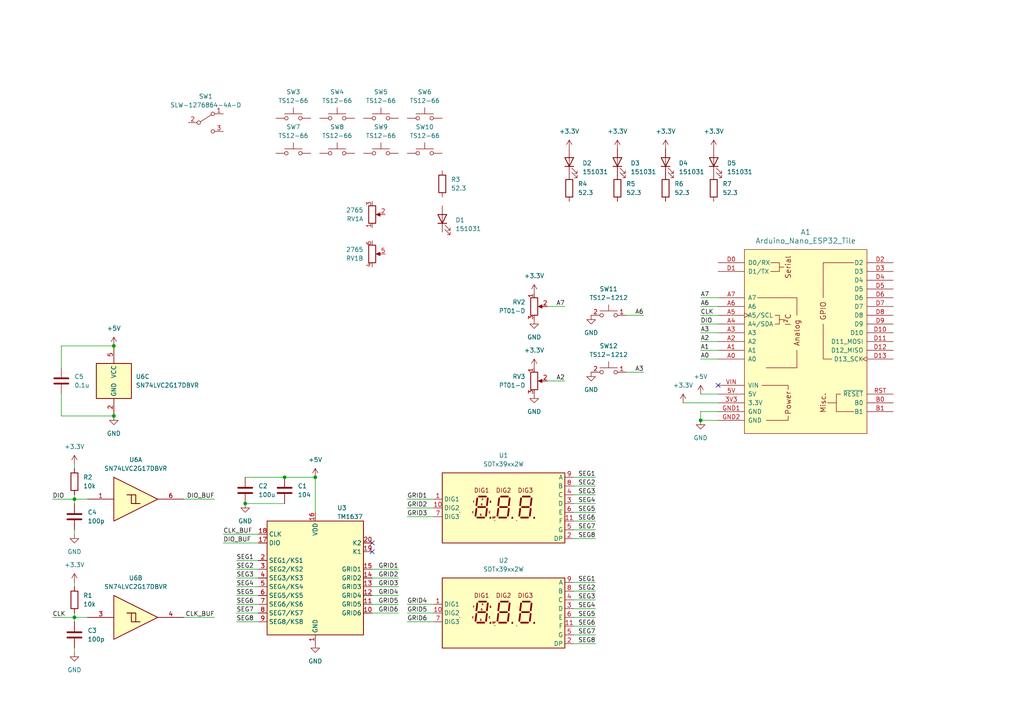
<source format=kicad_sch>
(kicad_sch (version 20230121) (generator eeschema)
  (paper "A4")
  (title_block (title "Remote Controller V1") (date "2023-12-31") (rev "0"))
  (lib_symbols
    (symbol "74xGxx:74LVC2G17"
      (property "Reference" "U" (at -1.27 7.62 0))
      (property "Value" "74LVC2G17" (at 2.54 -7.62 0))
      (symbol "74LVC2G17_1_1"
        (polyline (pts (xy -2.54 1.27) (xy -1.27 1.27) (xy -1.27 -1.27)) (stroke (width 0.254)) (fill (type background)))
        (polyline (pts (xy -7.62 6.35) (xy -7.62 -6.35) (xy 5.08 0) (xy -7.62 6.35)) (stroke (width 0.254)) (fill (type background)))
        (polyline (pts (xy -3.81 1.27) (xy -2.54 1.27) (xy -2.54 -1.27) (xy 0 -1.27)) (stroke (width 0.254)) (fill (type background)))
        (pin input line (at -15.24 0 0) (length 7.62) (name "~") (number "1"))
        (pin output line (at 12.7 0 180) (length 7.62) (name "~") (number "6"))
      )
      (symbol "74LVC2G17_2_1"
        (polyline (pts (xy -2.54 1.27) (xy -1.27 1.27) (xy -1.27 -1.27)) (stroke (width 0.254)) (fill (type background)))
        (polyline (pts (xy -7.62 6.35) (xy -7.62 -6.35) (xy 5.08 0) (xy -7.62 6.35)) (stroke (width 0.254)) (fill (type background)))
        (polyline (pts (xy -3.81 1.27) (xy -2.54 1.27) (xy -2.54 -1.27) (xy 0 -1.27)) (stroke (width 0.254)) (fill (type background)))
        (pin input line (at -15.24 0 0) (length 7.62) (name "~") (number "3"))
        (pin output line (at 12.7 0 180) (length 7.62) (name "~") (number "4"))
      )
      (symbol "74LVC2G17_3_0"
        (rectangle (start -5.08 -5.08) (end 5.08 5.08) (stroke (width 0.254)) (fill (type background)))
      )
      (symbol "74LVC2G17_3_1"
        (pin power_in line (at 0 -10.16 90) (length 5.08) (name "GND") (number "2"))
        (pin power_in line (at 0 10.16 270) (length 5.08) (name "VCC") (number "5"))
      )
    )
    (symbol "Device:C" (pin_numbers hide) (pin_names (offset 0.254))
      (property "Reference" "C" (at 0.635 2.54 0))
      (property "Value" "C" (at 0.635 -2.54 0))
      (symbol "C_0_1"
        (polyline (pts (xy -2.032 -0.762) (xy 2.032 -0.762)) (stroke (width 0.508)))
        (polyline (pts (xy -2.032 0.762) (xy 2.032 0.762)) (stroke (width 0.508)))
      )
      (symbol "C_1_1"
        (pin passive line (at 0 3.81 270) (length 2.794) (name "~") (number "1"))
        (pin passive line (at 0 -3.81 90) (length 2.794) (name "~") (number "2"))
      )
    )
    (symbol "Device:LED" (pin_numbers hide) (pin_names (offset 1.016) hide)
      (property "Reference" "D" (at 0 2.54 0))
      (property "Value" "LED" (at 0 -2.54 0))
      (symbol "LED_0_1"
        (polyline (pts (xy -1.27 -1.27) (xy -1.27 1.27)) (stroke (width 0.254)))
        (polyline (pts (xy -1.27 0) (xy 1.27 0)))
        (polyline (pts (xy 1.27 -1.27) (xy 1.27 1.27) (xy -1.27 0) (xy 1.27 -1.27)) (stroke (width 0.254)))
        (polyline (pts (xy -3.048 -0.762) (xy -4.572 -2.286) (xy -3.81 -2.286) (xy -4.572 -2.286) (xy -4.572 -1.524)))
        (polyline (pts (xy -1.778 -0.762) (xy -3.302 -2.286) (xy -2.54 -2.286) (xy -3.302 -2.286) (xy -3.302 -1.524)))
      )
      (symbol "LED_1_1"
        (pin passive line (at -3.81 0 0) (length 2.54) (name "K") (number "1"))
        (pin passive line (at 3.81 0 180) (length 2.54) (name "A") (number "2"))
      )
    )
    (symbol "Device:R" (pin_numbers hide) (pin_names (offset 0))
      (property "Reference" "R" (at 2.032 0 90))
      (property "Value" "R" (at 0 0 90))
      (symbol "R_0_1"
        (rectangle (start -1.016 -2.54) (end 1.016 2.54) (stroke (width 0.254)))
      )
      (symbol "R_1_1"
        (pin passive line (at 0 3.81 270) (length 1.27) (name "~") (number "1"))
        (pin passive line (at 0 -3.81 90) (length 1.27) (name "~") (number "2"))
      )
    )
    (symbol "Device:R_Potentiometer" (pin_names (offset 1.016) hide)
      (property "Reference" "RV" (at -4.445 0 90))
      (property "Value" "R_Potentiometer" (at -2.54 0 90))
      (symbol "R_Potentiometer_0_1"
        (polyline (pts (xy 2.54 0) (xy 1.524 0)))
        (polyline (pts (xy 1.143 0) (xy 2.286 0.508) (xy 2.286 -0.508) (xy 1.143 0)) (fill (type outline)))
        (rectangle (start 1.016 2.54) (end -1.016 -2.54) (stroke (width 0.254)))
      )
      (symbol "R_Potentiometer_1_1"
        (pin passive line (at 0 3.81 270) (length 1.27) (name "1") (number "1"))
        (pin passive line (at 3.81 0 180) (length 1.27) (name "2") (number "2"))
        (pin passive line (at 0 -3.81 90) (length 1.27) (name "3") (number "3"))
      )
    )
    (symbol "Device:R_Potentiometer_Dual_Separate" (pin_names (offset 1.016) hide)
      (property "Reference" "RV" (at -4.445 0 90))
      (property "Value" "R_Potentiometer_Dual_Separate" (at -2.54 0 90))
      (symbol "R_Potentiometer_Dual_Separate_0_1"
        (polyline (pts (xy 2.54 0) (xy 1.524 0)))
        (polyline (pts (xy 1.143 0) (xy 2.286 0.508) (xy 2.286 -0.508) (xy 1.143 0)) (fill (type outline)))
        (rectangle (start 1.016 2.54) (end -1.016 -2.54) (stroke (width 0.254)))
      )
      (symbol "R_Potentiometer_Dual_Separate_1_1"
        (pin passive line (at 0 3.81 270) (length 1.27) (name "1") (number "1"))
        (pin passive line (at 3.81 0 180) (length 1.27) (name "2") (number "2"))
        (pin passive line (at 0 -3.81 90) (length 1.27) (name "3") (number "3"))
      )
      (symbol "R_Potentiometer_Dual_Separate_2_1"
        (pin passive line (at 0 3.81 270) (length 1.27) (name "4") (number "4"))
        (pin passive line (at 3.81 0 180) (length 1.27) (name "5") (number "5"))
        (pin passive line (at 0 -3.81 90) (length 1.27) (name "6") (number "6"))
      )
    )
    (symbol "PCM_arduino-library:Arduino_Nano_ESP32_Tile" (pin_names (offset 1.016))
      (property "Reference" "A" (at 0 33.02 0))
      (property "Value" "Arduino_Nano_ESP32_Tile" (at 0 29.21 0))
      (symbol "Arduino_Nano_ESP32_Tile_0_0"
        (rectangle (start -17.78 26.67) (end 17.78 -26.67) (fill (type background)))
        (polyline (pts (xy -7.62 6.35) (xy -6.35 6.35)))
        (polyline (pts (xy -7.62 21.59) (xy -6.35 21.59)))
        (polyline (pts (xy 8.89 -17.78) (xy 6.35 -17.78)))
        (polyline (pts (xy -11.43 -22.86) (xy -5.08 -22.86) (xy -5.08 -21.59)))
        (polyline (pts (xy -5.08 -13.97) (xy -5.08 -12.7) (xy -12.7 -12.7)))
        (polyline (pts (xy -10.16 22.86) (xy -7.62 22.86) (xy -7.62 20.32) (xy -10.16 20.32)))
        (polyline (pts (xy -8.89 7.62) (xy -7.62 7.62) (xy -7.62 5.08) (xy -8.89 5.08)))
        (text "Analog" (at -2.54 2.54 900) (effects (font (size 1.524 1.524))))
        (text "I²C" (at -5.08 6.35 900) (effects (font (size 1.524 1.524))))
        (text "Misc." (at 5.08 -17.78 900) (effects (font (size 1.524 1.524))))
        (text "Power" (at -5.08 -17.78 900) (effects (font (size 1.524 1.524))))
        (text "Serial" (at -5.08 21.59 900) (effects (font (size 1.524 1.524))))
      )
      (symbol "Arduino_Nano_ESP32_Tile_0_1"
        (polyline (pts (xy -13.97 12.7) (xy -2.54 12.7) (xy -2.54 7.62)))
        (polyline (pts (xy -11.43 -7.62) (xy -2.54 -7.62) (xy -2.54 -2.54)))
        (polyline (pts (xy 7.62 -5.08) (xy 5.08 -5.08) (xy 5.08 5.08)))
        (polyline (pts (xy 13.97 22.86) (xy 5.08 22.86) (xy 5.08 12.7)))
        (polyline (pts (xy 10.16 -15.24) (xy 8.89 -15.24) (xy 8.89 -20.32) (xy 13.97 -20.32)))
      )
      (symbol "Arduino_Nano_ESP32_Tile_1_0"
        (text "GPIO" (at 5.08 8.89 900) (effects (font (size 1.524 1.524))))
      )
      (symbol "Arduino_Nano_ESP32_Tile_1_1"
        (pin power_out line (at -25.4 -17.78 0) (length 7.62) (name "3.3V") (number "3V3"))
        (pin power_in line (at -25.4 -15.24 0) (length 7.62) (name "5V") (number "5V"))
        (pin bidirectional line (at -25.4 -5.08 0) (length 7.62) (name "A0") (number "A0"))
        (pin bidirectional line (at -25.4 -2.54 0) (length 7.62) (name "A1") (number "A1"))
        (pin bidirectional line (at -25.4 0 0) (length 7.62) (name "A2") (number "A2"))
        (pin bidirectional line (at -25.4 2.54 0) (length 7.62) (name "A3") (number "A3"))
        (pin bidirectional line (at -25.4 5.08 0) (length 7.62) (name "A4/SDA") (number "A4"))
        (pin bidirectional clock (at -25.4 7.62 0) (length 7.62) (name "A5/SCL") (number "A5"))
        (pin input line (at -25.4 10.16 0) (length 7.62) (name "A6") (number "A6"))
        (pin input line (at -25.4 12.7 0) (length 7.62) (name "A7") (number "A7"))
        (pin bidirectional line (at 25.4 -17.78 180) (length 7.62) (name "B0") (number "B0"))
        (pin bidirectional line (at 25.4 -20.32 180) (length 7.62) (name "B1") (number "B1"))
        (pin bidirectional line (at -25.4 22.86 0) (length 7.62) (name "D0/RX") (number "D0"))
        (pin bidirectional line (at -25.4 20.32 0) (length 7.62) (name "D1/TX") (number "D1"))
        (pin bidirectional line (at 25.4 2.54 180) (length 7.62) (name "D10") (number "D10"))
        (pin bidirectional line (at 25.4 0 180) (length 7.62) (name "D11_MOSI") (number "D11"))
        (pin bidirectional line (at 25.4 -2.54 180) (length 7.62) (name "D12_MISO") (number "D12"))
        (pin bidirectional clock (at 25.4 -5.08 180) (length 7.62) (name "D13_SCK") (number "D13"))
        (pin bidirectional line (at 25.4 22.86 180) (length 7.62) (name "D2") (number "D2"))
        (pin bidirectional line (at 25.4 20.32 180) (length 7.62) (name "D3") (number "D3"))
        (pin bidirectional line (at 25.4 17.78 180) (length 7.62) (name "D4") (number "D4"))
        (pin bidirectional line (at 25.4 15.24 180) (length 7.62) (name "D5") (number "D5"))
        (pin bidirectional line (at 25.4 12.7 180) (length 7.62) (name "D6") (number "D6"))
        (pin bidirectional line (at 25.4 10.16 180) (length 7.62) (name "D7") (number "D7"))
        (pin bidirectional line (at 25.4 7.62 180) (length 7.62) (name "D8") (number "D8"))
        (pin bidirectional line (at 25.4 5.08 180) (length 7.62) (name "D9") (number "D9"))
        (pin power_in line (at -25.4 -20.32 0) (length 7.62) (name "GND") (number "GND1"))
        (pin power_in line (at -25.4 -22.86 0) (length 7.62) (name "GND") (number "GND2"))
        (pin open_collector line (at 25.4 -15.24 180) (length 7.62) (name "~{RESET}") (number "RST"))
        (pin power_in line (at -25.4 -12.7 0) (length 7.62) (name "VIN") (number "VIN"))
      )
    )
    (symbol "SW_Push_1" (pin_names (offset 1.016) hide)
      (property "Reference" "SW" (at 1.27 2.54 0))
      (property "Value" "SW_Push" (at 0 -1.524 0))
      (symbol "SW_Push_1_0_1"
        (circle (center -2.032 0) (radius 0.508))
        (polyline (pts (xy 0 1.27) (xy 0 3.048)))
        (polyline (pts (xy 2.54 1.27) (xy -2.54 1.27)))
        (circle (center 2.032 0) (radius 0.508))
        (pin passive line (at -5.08 0 0) (length 2.54) (name "1") (number "1"))
        (pin passive line (at 5.08 0 180) (length 2.54) (name "2") (number "2"))
      )
    )
    (symbol "SW_Push_2" (pin_names (offset 1.016) hide)
      (property "Reference" "SW" (at 1.27 2.54 0))
      (property "Value" "SW_Push" (at 0 -1.524 0))
      (symbol "SW_Push_2_0_1"
        (circle (center -2.032 0) (radius 0.508))
        (polyline (pts (xy 0 1.27) (xy 0 3.048)))
        (polyline (pts (xy 2.54 1.27) (xy -2.54 1.27)))
        (circle (center 2.032 0) (radius 0.508))
        (pin passive line (at -5.08 0 0) (length 2.54) (name "1") (number "1"))
        (pin passive line (at 5.08 0 180) (length 2.54) (name "2") (number "2"))
      )
    )
    (symbol "Switch:SW_Push" (pin_numbers hide) (pin_names (offset 1.016) hide)
      (property "Reference" "SW" (at 1.27 2.54 0))
      (property "Value" "SW_Push" (at 0 -1.524 0))
      (symbol "SW_Push_0_1"
        (circle (center -2.032 0) (radius 0.508))
        (polyline (pts (xy 0 1.27) (xy 0 3.048)))
        (polyline (pts (xy 2.54 1.27) (xy -2.54 1.27)))
        (circle (center 2.032 0) (radius 0.508))
        (pin passive line (at -5.08 0 0) (length 2.54) (name "1") (number "1"))
        (pin passive line (at 5.08 0 180) (length 2.54) (name "2") (number "2"))
      )
    )
    (symbol "Switch:SW_SPDT" (pin_names (offset 0) hide)
      (property "Reference" "SW" (at 0 4.318 0))
      (property "Value" "SW_SPDT" (at 0 -5.08 0))
      (symbol "SW_SPDT_0_0"
        (circle (center -2.032 0) (radius 0.508))
        (circle (center 2.032 -2.54) (radius 0.508))
      )
      (symbol "SW_SPDT_0_1"
        (polyline (pts (xy -1.524 0.254) (xy 1.651 2.286)))
        (circle (center 2.032 2.54) (radius 0.508))
      )
      (symbol "SW_SPDT_1_1"
        (pin passive line (at 5.08 2.54 180) (length 2.54) (name "A") (number "1"))
        (pin passive line (at -5.08 0 0) (length 2.54) (name "B") (number "2"))
        (pin passive line (at 5.08 -2.54 180) (length 2.54) (name "C") (number "3"))
      )
    )
    (symbol "Symbol Library:ChromeLED_SDTx39xx2W"
      (property "Reference" "U" (at -17.78 11.43 0))
      (property "Value" "SDTx39xx2W" (at 17.78 11.43 0))
      (symbol "ChromeLED_SDTx39xx2W_0_1"
        (rectangle (start -17.78 10.16) (end 17.78 -10.16) (stroke (width 0.254)) (fill (type background)))
        (rectangle (start -12.7 -1.27) (end -12.7 -1.27) (stroke (width 0.254)))
        (rectangle (start -2.54 -3.683) (end -2.54 -3.683) (stroke (width 0.254)))
        (polyline (pts (xy -12.7 -1.27) (xy -12.7 -1.27)) (stroke (width 0.254)))
        (polyline (pts (xy -2.54 -3.683) (xy -2.54 -3.683)) (stroke (width 0.254)))
        (polyline (pts (xy 3.81 -3.683) (xy 3.81 -3.683)) (stroke (width 0.254)))
        (rectangle (start 3.81 -3.683) (end 3.81 -3.683) (stroke (width 0.254)))
      )
      (symbol "ChromeLED_SDTx39xx2W_1_0"
        (text "A" (at -6.096 2.54 0) (effects (font (size 0.508 0.508))))
        (text "B" (at -3.81 1.778 0) (effects (font (size 0.508 0.508))))
        (text "C" (at -4.064 -1.27 0) (effects (font (size 0.508 0.508))))
        (text "D" (at -6.604 -2.032 0) (effects (font (size 0.508 0.508))))
        (text "DIG1" (at -6.35 5.08 0) (effects (font (size 1.27 1.27))))
        (text "DIG2" (at 0 5.08 0) (effects (font (size 1.27 1.27))))
        (text "DIG3" (at 6.35 5.08 0) (effects (font (size 1.27 1.27))))
        (text "DP" (at -2.794 -2.794 0) (effects (font (size 0.508 0.508))))
        (text "E" (at -8.89 -1.27 0) (effects (font (size 0.508 0.508))))
        (text "F" (at -8.636 1.778 0) (effects (font (size 0.508 0.508))))
        (text "G" (at -6.35 1.016 0) (effects (font (size 0.508 0.508))))
      )
      (symbol "ChromeLED_SDTx39xx2W_1_1"
        (polyline (pts (xy -7.874 -0.254) (xy -8.128 -2.286)) (stroke (width 0.508)))
        (polyline (pts (xy -7.62 -2.794) (xy -5.588 -2.794)) (stroke (width 0.508)))
        (polyline (pts (xy -7.62 2.794) (xy -7.874 0.762)) (stroke (width 0.508)))
        (polyline (pts (xy -7.366 0.254) (xy -5.334 0.254)) (stroke (width 0.508)))
        (polyline (pts (xy -7.112 3.302) (xy -5.08 3.302)) (stroke (width 0.508)))
        (polyline (pts (xy -4.826 -0.254) (xy -5.08 -2.286)) (stroke (width 0.508)))
        (polyline (pts (xy -4.572 2.794) (xy -4.826 0.762)) (stroke (width 0.508)))
        (polyline (pts (xy -3.81 -2.921) (xy -3.81 -2.794)) (stroke (width 0.508)))
        (polyline (pts (xy -1.524 -0.254) (xy -1.778 -2.286)) (stroke (width 0.508)))
        (polyline (pts (xy -1.27 -2.794) (xy 0.762 -2.794)) (stroke (width 0.508)))
        (polyline (pts (xy -1.27 2.794) (xy -1.524 0.762)) (stroke (width 0.508)))
        (polyline (pts (xy -1.016 0.254) (xy 1.016 0.254)) (stroke (width 0.508)))
        (polyline (pts (xy -0.762 3.302) (xy 1.27 3.302)) (stroke (width 0.508)))
        (polyline (pts (xy 1.524 -0.254) (xy 1.27 -2.286)) (stroke (width 0.508)))
        (polyline (pts (xy 1.778 2.794) (xy 1.524 0.762)) (stroke (width 0.508)))
        (polyline (pts (xy 2.54 -2.921) (xy 2.54 -2.794)) (stroke (width 0.508)))
        (polyline (pts (xy 4.826 -0.254) (xy 4.572 -2.286)) (stroke (width 0.508)))
        (polyline (pts (xy 5.08 -2.794) (xy 7.112 -2.794)) (stroke (width 0.508)))
        (polyline (pts (xy 5.08 2.794) (xy 4.826 0.762)) (stroke (width 0.508)))
        (polyline (pts (xy 5.334 0.254) (xy 7.366 0.254)) (stroke (width 0.508)))
        (polyline (pts (xy 5.588 3.302) (xy 7.62 3.302)) (stroke (width 0.508)))
        (polyline (pts (xy 7.874 -0.254) (xy 7.62 -2.286)) (stroke (width 0.508)))
        (polyline (pts (xy 8.128 2.794) (xy 7.874 0.762)) (stroke (width 0.508)))
        (polyline (pts (xy 8.89 -2.921) (xy 8.89 -2.794)) (stroke (width 0.508)))
        (pin input line (at -20.32 2.54 0) (length 2.54) (name "DIG1") (number "1"))
        (pin input line (at -20.32 0 0) (length 2.54) (name "DIG2") (number "10"))
        (pin input line (at 20.32 -3.81 180) (length 2.54) (name "F") (number "11"))
        (pin input line (at 20.32 -8.89 180) (length 2.54) (name "DP") (number "2"))
        (pin input line (at 20.32 1.27 180) (length 2.54) (name "D") (number "3"))
        (pin input line (at 20.32 3.81 180) (length 2.54) (name "C") (number "4"))
        (pin input line (at 20.32 -6.35 180) (length 2.54) (name "G") (number "5"))
        (pin input line (at 20.32 -1.27 180) (length 2.54) (name "E") (number "6"))
        (pin input line (at -20.32 -2.54 0) (length 2.54) (name "DIG3") (number "7"))
        (pin input line (at 20.32 6.35 180) (length 2.54) (name "B") (number "8"))
        (pin input line (at 20.32 8.89 180) (length 2.54) (name "A") (number "9"))
      )
    )
    (symbol "Symbol Library:Holtek_TM1637"
      (property "Reference" "U" (at -8.89 17.78 0))
      (property "Value" "TM1637" (at 10.16 17.78 0))
      (symbol "Holtek_TM1637_0_1"
        (rectangle (start -13.97 16.51) (end 13.97 -16.51) (stroke (width 0.254)) (fill (type background)))
      )
      (symbol "Holtek_TM1637_1_1"
        (pin power_in line (at 0 -19.05 90) (length 2.54) (name "GND") (number "1"))
        (pin output line (at 16.51 -10.16 180) (length 2.54) (name "GRID6") (number "10"))
        (pin output line (at 16.51 -7.62 180) (length 2.54) (name "GRID5") (number "11"))
        (pin output line (at 16.51 -5.08 180) (length 2.54) (name "GRID4") (number "12"))
        (pin output line (at 16.51 -2.54 180) (length 2.54) (name "GRID3") (number "13"))
        (pin output line (at 16.51 0 180) (length 2.54) (name "GRID2") (number "14"))
        (pin output line (at 16.51 2.54 180) (length 2.54) (name "GRID1") (number "15"))
        (pin power_in line (at 0 19.05 270) (length 2.54) (name "VDD") (number "16"))
        (pin bidirectional line (at -16.51 10.16 0) (length 2.54) (name "DIO") (number "17"))
        (pin input line (at -16.51 12.7 0) (length 2.54) (name "CLK") (number "18"))
        (pin input line (at 16.51 7.62 180) (length 2.54) (name "K1") (number "19"))
        (pin output line (at -16.51 5.08 0) (length 2.54) (name "SEG1/KS1") (number "2"))
        (pin input line (at 16.51 10.16 180) (length 2.54) (name "K2") (number "20"))
        (pin output line (at -16.51 2.54 0) (length 2.54) (name "SEG2/KS2") (number "3"))
        (pin output line (at -16.51 0 0) (length 2.54) (name "SEG3/KS3") (number "4"))
        (pin output line (at -16.51 -2.54 0) (length 2.54) (name "SEG4/KS4") (number "5"))
        (pin output line (at -16.51 -5.08 0) (length 2.54) (name "SEG5/KS5") (number "6"))
        (pin output line (at -16.51 -7.62 0) (length 2.54) (name "SEG6/KS6") (number "7"))
        (pin output line (at -16.51 -10.16 0) (length 2.54) (name "SEG7/KS7") (number "8"))
        (pin output line (at -16.51 -12.7 0) (length 2.54) (name "SEG8/KS8") (number "9"))
      )
    )
    (symbol "power:+3.3V" (power) (pin_names (offset 0))
      (property "Value" "+3.3V" (at 0 3.556 0))
      (symbol "+3.3V_0_1"
        (polyline (pts (xy -0.762 1.27) (xy 0 2.54)))
        (polyline (pts (xy 0 0) (xy 0 2.54)))
        (polyline (pts (xy 0 2.54) (xy 0.762 1.27)))
      )
      (symbol "+3.3V_1_1"
        (pin power_in line (at 0 0 90) (length 0) hide (name "+3.3V") (number "1"))
      )
    )
    (symbol "power:+5V" (power) (pin_names (offset 0))
      (property "Value" "+5V" (at 0 3.556 0))
      (symbol "+5V_0_1"
        (polyline (pts (xy -0.762 1.27) (xy 0 2.54)))
        (polyline (pts (xy 0 0) (xy 0 2.54)))
        (polyline (pts (xy 0 2.54) (xy 0.762 1.27)))
      )
      (symbol "+5V_1_1"
        (pin power_in line (at 0 0 90) (length 0) hide (name "+5V") (number "1"))
      )
    )
    (symbol "power:GND" (power) (pin_names (offset 0))
      (property "Value" "GND" (at 0 -3.81 0))
      (symbol "GND_0_1"
        (polyline (pts (xy 0 0) (xy 0 -1.27) (xy 1.27 -1.27) (xy 0 -2.54) (xy -1.27 -1.27) (xy 0 -1.27)))
      )
      (symbol "GND_1_1"
        (pin power_in line (at 0 0 270) (length 0) hide (name "GND") (number "1"))
      )
    )
  )
  (junction (at 91.44 138.43))
  (junction (at 82.55 138.43))
  (junction (at 203.2 121.92))
  (junction (at 71.12 146.05))
  (junction (at 33.02 100.33))
  (junction (at 33.02 120.65))
  (junction (at 21.59 179.07))
  (junction (at 21.59 144.78))
  (no_connect (at 208.28 111.76))
  (no_connect (at 107.95 160.02))
  (no_connect (at 107.95 157.48))
  (wire (pts (xy 25.4 179.07) (xy 21.59 179.07)))
  (wire (pts (xy 172.72 148.59) (xy 166.37 148.59)))
  (wire (pts (xy 71.12 146.05) (xy 82.55 146.05)))
  (wire (pts (xy 68.58 175.26) (xy 74.93 175.26)))
  (wire (pts (xy 118.11 147.32) (xy 125.73 147.32)))
  (wire (pts (xy 21.59 177.8) (xy 21.59 179.07)))
  (wire (pts (xy 82.55 138.43) (xy 91.44 138.43)))
  (wire (pts (xy 68.58 180.34) (xy 74.93 180.34)))
  (wire (pts (xy 203.2 104.14) (xy 208.28 104.14)))
  (wire (pts (xy 62.23 179.07) (xy 53.34 179.07)))
  (wire (pts (xy 68.58 170.18) (xy 74.93 170.18)))
  (wire (pts (xy 68.58 165.1) (xy 74.93 165.1)))
  (wire (pts (xy 203.2 88.9) (xy 208.28 88.9)))
  (wire (pts (xy 68.58 177.8) (xy 74.93 177.8)))
  (wire (pts (xy 203.2 99.06) (xy 208.28 99.06)))
  (wire (pts (xy 21.59 144.78) (xy 21.59 146.05)))
  (wire (pts (xy 118.11 175.26) (xy 125.73 175.26)))
  (wire (pts (xy 25.4 144.78) (xy 21.59 144.78)))
  (wire (pts (xy 15.24 179.07) (xy 21.59 179.07)))
  (wire (pts (xy 64.77 157.48) (xy 74.93 157.48)))
  (wire (pts (xy 203.2 93.98) (xy 208.28 93.98)))
  (wire (pts (xy 172.72 156.21) (xy 166.37 156.21)))
  (wire (pts (xy 172.72 173.99) (xy 166.37 173.99)))
  (wire (pts (xy 203.2 96.52) (xy 208.28 96.52)))
  (wire (pts (xy 172.72 181.61) (xy 166.37 181.61)))
  (wire (pts (xy 21.59 153.67) (xy 21.59 154.94)))
  (wire (pts (xy 203.2 101.6) (xy 208.28 101.6)))
  (wire (pts (xy 115.57 177.8) (xy 107.95 177.8)))
  (wire (pts (xy 172.72 153.67) (xy 166.37 153.67)))
  (wire (pts (xy 186.69 107.95) (xy 181.61 107.95)))
  (wire (pts (xy 163.83 88.9) (xy 158.75 88.9)))
  (wire (pts (xy 172.72 143.51) (xy 166.37 143.51)))
  (wire (pts (xy 172.72 184.15) (xy 166.37 184.15)))
  (wire (pts (xy 15.24 144.78) (xy 21.59 144.78)))
  (wire (pts (xy 71.12 138.43) (xy 82.55 138.43)))
  (wire (pts (xy 172.72 176.53) (xy 166.37 176.53)))
  (wire (pts (xy 172.72 151.13) (xy 166.37 151.13)))
  (wire (pts (xy 115.57 172.72) (xy 107.95 172.72)))
  (wire (pts (xy 203.2 121.92) (xy 208.28 121.92)))
  (wire (pts (xy 33.02 120.65) (xy 17.78 120.65)))
  (wire (pts (xy 172.72 186.69) (xy 166.37 186.69)))
  (wire (pts (xy 172.72 138.43) (xy 166.37 138.43)))
  (wire (pts (xy 115.57 167.64) (xy 107.95 167.64)))
  (wire (pts (xy 203.2 91.44) (xy 208.28 91.44)))
  (wire (pts (xy 203.2 119.38) (xy 208.28 119.38)))
  (wire (pts (xy 118.11 177.8) (xy 125.73 177.8)))
  (wire (pts (xy 21.59 189.23) (xy 21.59 187.96)))
  (wire (pts (xy 17.78 100.33) (xy 33.02 100.33)))
  (wire (pts (xy 198.12 116.84) (xy 208.28 116.84)))
  (wire (pts (xy 172.72 146.05) (xy 166.37 146.05)))
  (wire (pts (xy 68.58 167.64) (xy 74.93 167.64)))
  (wire (pts (xy 21.59 143.51) (xy 21.59 144.78)))
  (wire (pts (xy 118.11 144.78) (xy 125.73 144.78)))
  (wire (pts (xy 118.11 149.86) (xy 125.73 149.86)))
  (wire (pts (xy 115.57 170.18) (xy 107.95 170.18)))
  (wire (pts (xy 118.11 180.34) (xy 125.73 180.34)))
  (wire (pts (xy 91.44 138.43) (xy 91.44 148.59)))
  (wire (pts (xy 203.2 114.3) (xy 208.28 114.3)))
  (wire (pts (xy 21.59 135.89) (xy 21.59 134.62)))
  (wire (pts (xy 186.69 91.44) (xy 181.61 91.44)))
  (wire (pts (xy 163.83 110.49) (xy 158.75 110.49)))
  (wire (pts (xy 203.2 86.36) (xy 208.28 86.36)))
  (wire (pts (xy 21.59 170.18) (xy 21.59 168.91)))
  (wire (pts (xy 21.59 179.07) (xy 21.59 180.34)))
  (wire (pts (xy 53.34 144.78) (xy 62.23 144.78)))
  (wire (pts (xy 115.57 165.1) (xy 107.95 165.1)))
  (wire (pts (xy 172.72 179.07) (xy 166.37 179.07)))
  (wire (pts (xy 172.72 171.45) (xy 166.37 171.45)))
  (wire (pts (xy 115.57 175.26) (xy 107.95 175.26)))
  (wire (pts (xy 17.78 120.65) (xy 17.78 114.3)))
  (wire (pts (xy 68.58 172.72) (xy 74.93 172.72)))
  (wire (pts (xy 17.78 106.68) (xy 17.78 100.33)))
  (wire (pts (xy 64.77 154.94) (xy 74.93 154.94)))
  (wire (pts (xy 203.2 121.92) (xy 203.2 119.38)))
  (wire (pts (xy 172.72 140.97) (xy 166.37 140.97)))
  (wire (pts (xy 172.72 168.91) (xy 166.37 168.91)))
  (wire (pts (xy 68.58 162.56) (xy 74.93 162.56)))
  (label "SEG6" (at 172.72 151.13 180))
  (label "DIO_BUF" (at 62.23 144.78 180))
  (label "GRID1" (at 115.57 165.1 180))
  (label "DIO" (at 15.24 144.78 0))
  (label "A7" (at 163.83 88.9 180))
  (label "A0" (at 203.2 104.14 0))
  (label "GRID4" (at 115.57 172.72 180))
  (label "A1" (at 203.2 101.6 0))
  (label "GRID2" (at 115.57 167.64 180))
  (label "DIO" (at 203.2 93.98 0))
  (label "SEG8" (at 172.72 156.21 180))
  (label "GRID3" (at 118.11 149.86 0))
  (label "GRID3" (at 115.57 170.18 180))
  (label "SEG6" (at 172.72 181.61 180))
  (label "SEG4" (at 68.58 170.18 0))
  (label "SEG2" (at 172.72 171.45 180))
  (label "SEG8" (at 68.58 180.34 0))
  (label "A2" (at 203.2 99.06 0))
  (label "SEG3" (at 68.58 167.64 0))
  (label "SEG3" (at 172.72 143.51 180))
  (label "SEG1" (at 172.72 138.43 180))
  (label "SEG4" (at 172.72 146.05 180))
  (label "A3" (at 203.2 96.52 0))
  (label "SEG2" (at 68.58 165.1 0))
  (label "SEG7" (at 172.72 153.67 180))
  (label "A6" (at 186.69 91.44 180))
  (label "SEG5" (at 172.72 179.07 180))
  (label "SEG7" (at 172.72 184.15 180))
  (label "SEG1" (at 68.58 162.56 0))
  (label "GRID6" (at 118.11 180.34 0))
  (label "SEG4" (at 172.72 176.53 180))
  (label "A3" (at 186.69 107.95 180))
  (label "GRID2" (at 118.11 147.32 0))
  (label "SEG8" (at 172.72 186.69 180))
  (label "A7" (at 203.2 86.36 0))
  (label "SEG6" (at 68.58 175.26 0))
  (label "GRID5" (at 118.11 177.8 0))
  (label "CLK" (at 203.2 91.44 0))
  (label "SEG5" (at 68.58 172.72 0))
  (label "GRID5" (at 115.57 175.26 180))
  (label "A6" (at 203.2 88.9 0))
  (label "CLK" (at 15.24 179.07 0))
  (label "GRID6" (at 115.57 177.8 180))
  (label "SEG5" (at 172.72 148.59 180))
  (label "SEG2" (at 172.72 140.97 180))
  (label "SEG3" (at 172.72 173.99 180))
  (label "GRID4" (at 118.11 175.26 0))
  (label "SEG7" (at 68.58 177.8 0))
  (label "SEG1" (at 172.72 168.91 180))
  (label "DIO_BUF" (at 64.77 157.48 0))
  (label "CLK_BUF" (at 64.77 154.94 0))
  (label "GRID1" (at 118.11 144.78 0))
  (label "A2" (at 163.83 110.49 180))
  (label "CLK_BUF" (at 62.23 179.07 180))
  (symbol (lib_id "Switch:SW_Push") (at 110.49 34.29 0) (unit 1)
    (property "Reference" "SW5" (at 110.49 26.67 0))
    (property "Value" "TS12-66" (at 110.49 29.21 0))
    (property "Footprint" "Footprint Library:SW_PUSH_CUI_TS02-66-xxx-BK-xxx-xxx-D" (effects hide))
  )
  (symbol (lib_id "power:+3.3V") (at 154.94 85.09 0) (unit 1)
    (property "Reference" "#PWR013" (effects hide))
    (property "Value" "+3.3V" (at 154.94 80.01 0))
  )
  (symbol (lib_id "power:GND") (at 91.44 186.69 0) (unit 1)
    (property "Reference" "#PWR06" (effects hide))
    (property "Value" "GND" (at 91.44 191.77 0))
  )
  (symbol (lib_id "Device:R") (at 165.1 54.61 0) (unit 1)
    (property "Reference" "R4" (at 167.64 53.34 0) (effects (justify left)))
    (property "Value" "52.3" (at 167.64 55.88 0) (effects (justify left)))
    (property "Footprint" "Resistor_SMD:R_0805_2012Metric_Pad1.20x1.40mm_HandSolder" (effects hide))
  )
  (symbol (lib_id "Switch:SW_Push") (at 97.79 34.29 0) (unit 1)
    (property "Reference" "SW4" (at 97.79 26.67 0))
    (property "Value" "TS12-66" (at 97.79 29.21 0))
    (property "Footprint" "Footprint Library:SW_PUSH_CUI_TS02-66-xxx-BK-xxx-xxx-D" (effects hide))
  )
  (symbol (lib_id "PCM_arduino-library:Arduino_Nano_ESP32_Tile") (at 233.68 99.06 0) (unit 1)
    (property "Reference" "A1" (at 233.68 67.31 0) (effects (font (size 1.524 1.524))))
    (property "Value" "Arduino_Nano_ESP32_Tile" (at 233.68 69.85 0) (effects (font (size 1.524 1.524))))
    (property "Footprint" "PCM_arduino-library:Arduino_Nano_ESP32_Tile" (effects hide))
    (property "Datasheet" "https://docs.arduino.cc/hardware/nano-esp32" (effects hide))
  )
  (symbol (lib_id "Device:C") (at 17.78 110.49 0) (unit 1)
    (property "Reference" "C5" (at 21.59 109.22 0) (effects (justify left)))
    (property "Value" "0.1u" (at 21.59 111.76 0) (effects (justify left)))
    (property "Footprint" "Capacitor_SMD:C_0603_1608Metric_Pad1.08x0.95mm_HandSolder" (effects hide))
  )
  (symbol (lib_id "Symbol Library:Holtek_TM1637") (at 91.44 167.64 0) (unit 1)
    (property "Reference" "U3" (at 97.79 147.32 0) (effects (justify left)))
    (property "Value" "TM1637" (at 97.79 149.86 0) (effects (justify left)))
    (property "Footprint" "Package_SO:SOP-20_7.5x12.8mm_P1.27mm" (effects hide))
  )
  (symbol (lib_id "power:GND") (at 33.02 120.65 0) (unit 1)
    (property "Reference" "#PWR012" (effects hide))
    (property "Value" "GND" (at 33.02 125.73 0))
  )
  (symbol (lib_id "power:+3.3V") (at 193.04 43.18 0) (unit 1)
    (property "Reference" "#PWR022" (effects hide))
    (property "Value" "+3.3V" (at 193.04 38.1 0))
  )
  (symbol (lib_id "Device:R_Potentiometer") (at 154.94 110.49 0) (unit 1)
    (property "Reference" "RV3" (at 152.4 109.22 0) (effects (justify right)))
    (property "Value" "PT01-D" (at 152.4 111.76 0) (effects (justify right)))
    (property "Footprint" "Footprint Library:Potentiometer_CUI_PT01-Dxxxx-xxxx" (effects hide))
  )
  (symbol (lib_id "power:+3.3V") (at 165.1 43.18 0) (unit 1)
    (property "Reference" "#PWR020" (effects hide))
    (property "Value" "+3.3V" (at 165.1 38.1 0))
  )
  (symbol (lib_id "power:GND") (at 203.2 121.92 0) (unit 1)
    (property "Reference" "#PWR04" (effects hide))
    (property "Value" "GND" (at 203.2 127 0))
  )
  (symbol (lib_id "power:GND") (at 154.94 92.71 0) (unit 1)
    (property "Reference" "#PWR016" (effects hide))
    (property "Value" "GND" (at 154.94 97.79 0))
  )
  (symbol (lib_name "SW_Push_1") (lib_id "Switch:SW_Push") (at 176.53 91.44 0) (mirror y) (unit 1)
    (property "Reference" "SW11" (at 176.53 83.82 0))
    (property "Value" "TS12-1212" (at 176.53 86.36 0))
    (property "Footprint" "Footprint Library:SW_PUSH-CUI-TS12-1212-xxx-BK-xxx-SCR-D" (effects hide))
  )
  (symbol (lib_id "power:+3.3V") (at 21.59 134.62 0) (unit 1)
    (property "Reference" "#PWR08" (effects hide))
    (property "Value" "+3.3V" (at 21.59 129.54 0))
  )
  (symbol (lib_id "Device:R") (at 128.27 53.34 0) (unit 1)
    (property "Reference" "R3" (at 130.81 52.07 0) (effects (justify left)))
    (property "Value" "52.3" (at 130.81 54.61 0) (effects (justify left)))
    (property "Footprint" "Resistor_SMD:R_0805_2012Metric_Pad1.20x1.40mm_HandSolder" (effects hide))
  )
  (symbol (lib_id "Device:R") (at 21.59 173.99 180) (unit 1)
    (property "Reference" "R1" (at 24.13 172.72 0) (effects (justify right)))
    (property "Value" "10k" (at 24.13 175.26 0) (effects (justify right)))
    (property "Footprint" "Resistor_SMD:R_0603_1608Metric_Pad0.98x0.95mm_HandSolder" (effects hide))
  )
  (symbol (lib_id "Switch:SW_Push") (at 110.49 44.45 0) (unit 1)
    (property "Reference" "SW9" (at 110.49 36.83 0))
    (property "Value" "TS12-66" (at 110.49 39.37 0))
    (property "Footprint" "Footprint Library:SW_PUSH_CUI_TS02-66-xxx-BK-xxx-xxx-D" (effects hide))
  )
  (symbol (lib_id "Switch:SW_Push") (at 85.09 34.29 0) (unit 1)
    (property "Reference" "SW3" (at 85.09 26.67 0))
    (property "Value" "TS12-66" (at 85.09 29.21 0))
    (property "Footprint" "Footprint Library:SW_PUSH_CUI_TS02-66-xxx-BK-xxx-xxx-D" (effects hide))
  )
  (symbol (lib_id "power:+3.3V") (at 207.01 43.18 0) (unit 1)
    (property "Reference" "#PWR023" (effects hide))
    (property "Value" "+3.3V" (at 207.01 38.1 0))
  )
  (symbol (lib_id "power:GND") (at 21.59 154.94 0) (unit 1)
    (property "Reference" "#PWR09" (effects hide))
    (property "Value" "GND" (at 21.59 160.02 0))
  )
  (symbol (lib_id "Device:C") (at 71.12 142.24 0) (unit 1)
    (property "Reference" "C2" (at 74.93 140.97 0) (effects (justify left)))
    (property "Value" "100u" (at 74.93 143.51 0) (effects (justify left)))
    (property "Footprint" "Capacitor_SMD:C_0603_1608Metric_Pad1.08x0.95mm_HandSolder" (effects hide))
  )
  (symbol (lib_id "power:GND") (at 71.12 146.05 0) (unit 1)
    (property "Reference" "#PWR07" (effects hide))
    (property "Value" "GND" (at 71.12 151.13 0))
  )
  (symbol (lib_id "Device:R_Potentiometer_Dual_Separate") (at 107.95 62.23 0) (mirror x) (unit 1)
    (property "Reference" "RV1" (at 105.41 63.5 0) (effects (justify right)))
    (property "Value" "2765" (at 105.41 60.96 0) (effects (justify right)))
    (property "Footprint" "Footprint Library:Joystick_Analog_XY_Adafruit_2765" (effects hide))
  )
  (symbol (lib_id "Switch:SW_SPDT") (at 59.69 35.56 0) (unit 1)
    (property "Reference" "SW1" (at 59.69 27.94 0))
    (property "Value" "SLW-1276864-4A-D" (at 59.69 30.48 0))
    (property "Footprint" "Footprint Library:SW_Slide_SPDT_CIT_SLW-1276864-4A-D" (effects hide))
  )
  (symbol (lib_id "power:GND") (at 171.45 91.44 0) (mirror y) (unit 1)
    (property "Reference" "#PWR017" (effects hide))
    (property "Value" "GND" (at 171.45 96.52 0))
  )
  (symbol (lib_id "power:+3.3V") (at 179.07 43.18 0) (unit 1)
    (property "Reference" "#PWR021" (effects hide))
    (property "Value" "+3.3V" (at 179.07 38.1 0))
  )
  (symbol (lib_id "Device:LED") (at 193.04 46.99 90) (unit 1)
    (property "Reference" "D4" (at 196.85 47.3075 90) (effects (justify right)))
    (property "Value" "151031" (at 196.85 49.8475 90) (effects (justify right)))
    (property "Footprint" "LED_THT:LED_D3.0mm" (effects hide))
  )
  (symbol (lib_id "Device:LED") (at 207.01 46.99 90) (unit 1)
    (property "Reference" "D5" (at 210.82 47.3075 90) (effects (justify right)))
    (property "Value" "151031" (at 210.82 49.8475 90) (effects (justify right)))
    (property "Footprint" "LED_THT:LED_D3.0mm" (effects hide))
  )
  (symbol (lib_id "74xGxx:74LVC2G17") (at 33.02 110.49 0) (unit 3)
    (property "Reference" "U6" (at 39.37 109.22 0) (effects (justify left)))
    (property "Value" "SN74LVC2G17DBVR" (at 39.37 111.76 0) (effects (justify left)))
    (property "Footprint" "Footprint Library:SOT-23-6_HandSoldering_Rounded" (effects hide))
    (property "Datasheet" "http://www.ti.com/lit/sg/scyt129e/scyt129e.pdf" (effects hide))
  )
  (symbol (lib_id "Device:LED") (at 128.27 63.5 90) (unit 1)
    (property "Reference" "D1" (at 132.08 63.8175 90) (effects (justify right)))
    (property "Value" "151031" (at 132.08 66.3575 90) (effects (justify right)))
    (property "Footprint" "LED_THT:LED_D3.0mm" (effects hide))
  )
  (symbol (lib_id "Device:C") (at 82.55 142.24 0) (unit 1)
    (property "Reference" "C1" (at 86.36 140.97 0) (effects (justify left)))
    (property "Value" "104" (at 86.36 143.51 0) (effects (justify left)))
    (property "Footprint" "Capacitor_SMD:C_0603_1608Metric_Pad1.08x0.95mm_HandSolder" (effects hide))
  )
  (symbol (lib_id "Symbol Library:ChromeLED_SDTx39xx2W") (at 146.05 177.8 0) (unit 1)
    (property "Reference" "U2" (at 146.05 162.56 0))
    (property "Value" "SDTx39xx2W" (at 146.05 165.1 0))
    (property "Footprint" "Footprint Library:ChromeLED_SDTx39xx2W" (effects hide))
  )
  (symbol (lib_id "Device:R_Potentiometer_Dual_Separate") (at 107.95 73.66 0) (mirror x) (unit 2)
    (property "Reference" "RV1" (at 105.41 74.93 0) (effects (justify right)))
    (property "Value" "2765" (at 105.41 72.39 0) (effects (justify right)))
    (property "Footprint" "Footprint Library:Joystick_Analog_XY_Adafruit_2765" (effects hide))
  )
  (symbol (lib_id "Device:LED") (at 179.07 46.99 90) (unit 1)
    (property "Reference" "D3" (at 182.88 47.3075 90) (effects (justify right)))
    (property "Value" "151031" (at 182.88 49.8475 90) (effects (justify right)))
    (property "Footprint" "LED_THT:LED_D3.0mm" (effects hide))
  )
  (symbol (lib_id "Switch:SW_Push") (at 123.19 34.29 0) (unit 1)
    (property "Reference" "SW6" (at 123.19 26.67 0))
    (property "Value" "TS12-66" (at 123.19 29.21 0))
    (property "Footprint" "Footprint Library:SW_PUSH_CUI_TS02-66-xxx-BK-xxx-xxx-D" (effects hide))
  )
  (symbol (lib_id "Switch:SW_Push") (at 97.79 44.45 0) (unit 1)
    (property "Reference" "SW8" (at 97.79 36.83 0))
    (property "Value" "TS12-66" (at 97.79 39.37 0))
    (property "Footprint" "Footprint Library:SW_PUSH_CUI_TS02-66-xxx-BK-xxx-xxx-D" (effects hide))
  )
  (symbol (lib_id "Switch:SW_Push") (at 85.09 44.45 0) (unit 1)
    (property "Reference" "SW7" (at 85.09 36.83 0))
    (property "Value" "TS12-66" (at 85.09 39.37 0))
    (property "Footprint" "Footprint Library:SW_PUSH_CUI_TS02-66-xxx-BK-xxx-xxx-D" (effects hide))
  )
  (symbol (lib_id "power:+5V") (at 203.2 114.3 0) (unit 1)
    (property "Reference" "#PWR03" (effects hide))
    (property "Value" "+5V" (at 203.2 109.22 0))
  )
  (symbol (lib_id "Symbol Library:ChromeLED_SDTx39xx2W") (at 146.05 147.32 0) (unit 1)
    (property "Reference" "U1" (at 146.05 132.08 0))
    (property "Value" "SDTx39xx2W" (at 146.05 134.62 0))
    (property "Footprint" "Footprint Library:ChromeLED_SDTx39xx2W" (effects hide))
  )
  (symbol (lib_id "74xGxx:74LVC2G17") (at 40.64 144.78 0) (unit 1)
    (property "Reference" "U6" (at 39.37 133.35 0))
    (property "Value" "SN74LVC2G17DBVR" (at 39.37 135.89 0))
    (property "Footprint" "Footprint Library:SOT-23-6_HandSoldering_Rounded" (effects hide))
    (property "Datasheet" "http://www.ti.com/lit/sg/scyt129e/scyt129e.pdf" (effects hide))
  )
  (symbol (lib_id "Device:R") (at 193.04 54.61 0) (unit 1)
    (property "Reference" "R6" (at 195.58 53.34 0) (effects (justify left)))
    (property "Value" "52.3" (at 195.58 55.88 0) (effects (justify left)))
    (property "Footprint" "Resistor_SMD:R_0805_2012Metric_Pad1.20x1.40mm_HandSolder" (effects hide))
  )
  (symbol (lib_id "Device:R") (at 207.01 54.61 0) (unit 1)
    (property "Reference" "R7" (at 209.55 53.34 0) (effects (justify left)))
    (property "Value" "52.3" (at 209.55 55.88 0) (effects (justify left)))
    (property "Footprint" "Resistor_SMD:R_0805_2012Metric_Pad1.20x1.40mm_HandSolder" (effects hide))
  )
  (symbol (lib_id "power:+3.3V") (at 198.12 116.84 0) (unit 1)
    (property "Reference" "#PWR01" (effects hide))
    (property "Value" "+3.3V" (at 198.12 111.76 0))
  )
  (symbol (lib_id "Device:R_Potentiometer") (at 154.94 88.9 0) (unit 1)
    (property "Reference" "RV2" (at 152.4 87.63 0) (effects (justify right)))
    (property "Value" "PT01-D" (at 152.4 90.17 0) (effects (justify right)))
    (property "Footprint" "Footprint Library:Potentiometer_CUI_PT01-Dxxxx-xxxx" (effects hide))
  )
  (symbol (lib_id "power:+5V") (at 33.02 100.33 0) (unit 1)
    (property "Reference" "#PWR02" (effects hide))
    (property "Value" "+5V" (at 33.02 95.25 0))
  )
  (symbol (lib_id "Device:C") (at 21.59 149.86 0) (unit 1)
    (property "Reference" "C4" (at 25.4 148.59 0) (effects (justify left)))
    (property "Value" "100p" (at 25.4 151.13 0) (effects (justify left)))
    (property "Footprint" "Capacitor_SMD:C_0603_1608Metric_Pad1.08x0.95mm_HandSolder" (effects hide))
  )
  (symbol (lib_id "Device:R") (at 179.07 54.61 0) (unit 1)
    (property "Reference" "R5" (at 181.61 53.34 0) (effects (justify left)))
    (property "Value" "52.3" (at 181.61 55.88 0) (effects (justify left)))
    (property "Footprint" "Resistor_SMD:R_0805_2012Metric_Pad1.20x1.40mm_HandSolder" (effects hide))
  )
  (symbol (lib_id "power:GND") (at 171.45 107.95 0) (mirror y) (unit 1)
    (property "Reference" "#PWR018" (effects hide))
    (property "Value" "GND" (at 171.45 113.03 0))
  )
  (symbol (lib_id "Device:LED") (at 165.1 46.99 90) (unit 1)
    (property "Reference" "D2" (at 168.91 47.3075 90) (effects (justify right)))
    (property "Value" "151031" (at 168.91 49.8475 90) (effects (justify right)))
    (property "Footprint" "LED_THT:LED_D3.0mm" (effects hide))
  )
  (symbol (lib_id "Switch:SW_Push") (at 123.19 44.45 0) (unit 1)
    (property "Reference" "SW10" (at 123.19 36.83 0))
    (property "Value" "TS12-66" (at 123.19 39.37 0))
    (property "Footprint" "Footprint Library:SW_PUSH_CUI_TS02-66-xxx-BK-xxx-xxx-D" (effects hide))
  )
  (symbol (lib_id "74xGxx:74LVC2G17") (at 40.64 179.07 0) (unit 2)
    (property "Reference" "U6" (at 39.37 167.64 0))
    (property "Value" "SN74LVC2G17DBVR" (at 39.37 170.18 0))
    (property "Footprint" "Footprint Library:SOT-23-6_HandSoldering_Rounded" (effects hide))
    (property "Datasheet" "http://www.ti.com/lit/sg/scyt129e/scyt129e.pdf" (effects hide))
  )
  (symbol (lib_name "SW_Push_2") (lib_id "Switch:SW_Push") (at 176.53 107.95 0) (mirror y) (unit 1)
    (property "Reference" "SW12" (at 176.53 100.33 0))
    (property "Value" "TS12-1212" (at 176.53 102.87 0))
    (property "Footprint" "Footprint Library:SW_PUSH-CUI-TS12-1212-xxx-BK-xxx-SCR-D" (effects hide))
  )
  (symbol (lib_id "Device:R") (at 21.59 139.7 180) (unit 1)
    (property "Reference" "R2" (at 24.13 138.43 0) (effects (justify right)))
    (property "Value" "10k" (at 24.13 140.97 0) (effects (justify right)))
    (property "Footprint" "Resistor_SMD:R_0603_1608Metric_Pad0.98x0.95mm_HandSolder" (effects hide))
  )
  (symbol (lib_id "power:+3.3V") (at 21.59 168.91 0) (unit 1)
    (property "Reference" "#PWR010" (effects hide))
    (property "Value" "+3.3V" (at 21.59 163.83 0))
  )
  (symbol (lib_id "power:+5V") (at 91.44 138.43 0) (unit 1)
    (property "Reference" "#PWR05" (effects hide))
    (property "Value" "+5V" (at 91.44 133.35 0))
  )
  (symbol (lib_id "power:GND") (at 21.59 189.23 0) (unit 1)
    (property "Reference" "#PWR011" (effects hide))
    (property "Value" "GND" (at 21.59 194.31 0))
  )
  (symbol (lib_id "power:+3.3V") (at 154.94 106.68 0) (unit 1)
    (property "Reference" "#PWR014" (effects hide))
    (property "Value" "+3.3V" (at 154.94 101.6 0))
  )
  (symbol (lib_id "power:GND") (at 154.94 114.3 0) (unit 1)
    (property "Reference" "#PWR015" (effects hide))
    (property "Value" "GND" (at 154.94 119.38 0))
  )
  (symbol (lib_id "Device:C") (at 21.59 184.15 0) (unit 1)
    (property "Reference" "C3" (at 25.4 182.88 0) (effects (justify left)))
    (property "Value" "100p" (at 25.4 185.42 0) (effects (justify left)))
    (property "Footprint" "Capacitor_SMD:C_0603_1608Metric_Pad1.08x0.95mm_HandSolder" (effects hide))
  )
)
</source>
